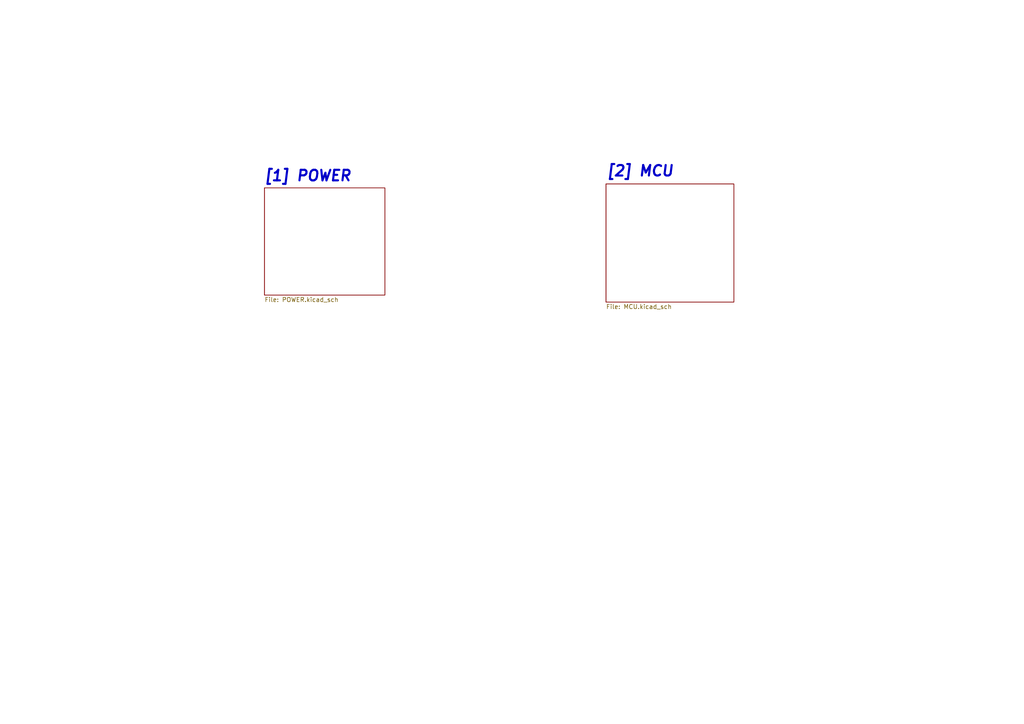
<source format=kicad_sch>
(kicad_sch (version 20211123) (generator eeschema)
  (paper "A4")
  (lib_symbols)
  (text "[1] POWER" (at 76.454 52.959 0) (effects (font (size 3.048 3.048) (thickness 0.6096) bold italic) (justify left bottom)))
  (text "[2] MCU" (at 175.768 51.562 0) (effects (font (size 3.048 3.048) bold italic) (justify left bottom)))
  (sheet (at 76.708 54.483) (size 34.925 31.115) (stroke (width 0.1524))
    (property "Sheet name" "POWER" (effects hide))
    (property "Sheet file" "POWER.kicad_sch" (at 76.708 86.1826 0) (effects (justify left top)))
  )
  (sheet (at 175.768 53.34) (size 37.084 34.29) (stroke (width 0.1524))
    (property "Sheet name" "MCU" (effects hide))
    (property "Sheet file" "MCU.kicad_sch" (at 175.768 88.2146 0) (effects (justify left top)))
  )
)
</source>
